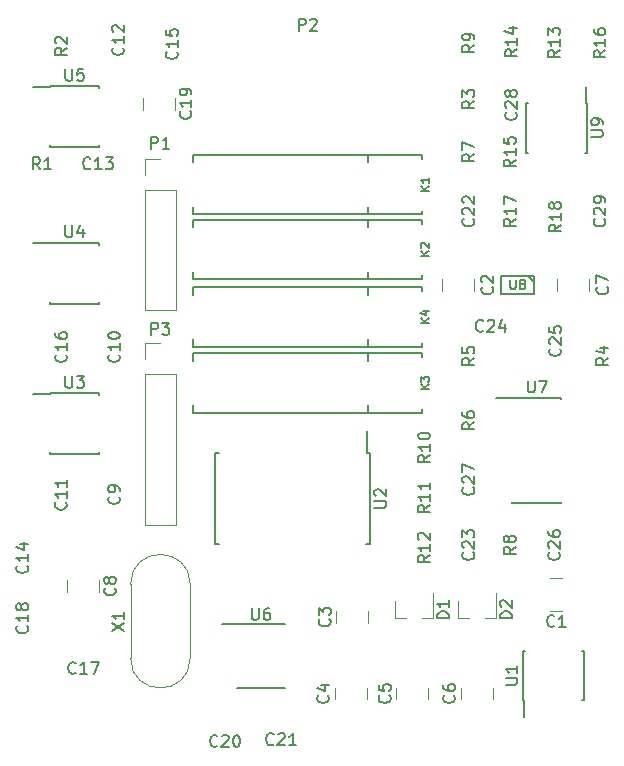
<source format=gto>
G04 #@! TF.GenerationSoftware,KiCad,Pcbnew,5.0.0-rc2+dfsg1-3*
G04 #@! TF.CreationDate,2018-07-01T23:41:37-04:00*
G04 #@! TF.ProjectId,mystatv1,6D797374617476312E6B696361645F70,1*
G04 #@! TF.SameCoordinates,Original*
G04 #@! TF.FileFunction,Legend,Top*
G04 #@! TF.FilePolarity,Positive*
%FSLAX46Y46*%
G04 Gerber Fmt 4.6, Leading zero omitted, Abs format (unit mm)*
G04 Created by KiCad (PCBNEW 5.0.0-rc2+dfsg1-3) date Sun Jul  1 23:41:37 2018*
%MOMM*%
%LPD*%
G01*
G04 APERTURE LIST*
%ADD10C,0.150000*%
%ADD11C,0.120000*%
G04 APERTURE END LIST*
D10*
G04 #@! TO.C,K3*
X68050000Y-84796000D02*
X68050000Y-84196000D01*
X87450000Y-84796000D02*
X87450000Y-84496000D01*
X68050000Y-79796000D02*
X68050000Y-80396000D01*
X87450000Y-79796000D02*
X87450000Y-80096000D01*
X82870000Y-84796000D02*
X82870000Y-84196000D01*
X82870000Y-79796000D02*
X82870000Y-80396000D01*
X87450000Y-84796000D02*
X68050000Y-84796000D01*
X68050000Y-79796000D02*
X87450000Y-79796000D01*
D11*
G04 #@! TO.C,C1*
X99306000Y-98843000D02*
X98306000Y-98843000D01*
X99306000Y-101563000D02*
X98306000Y-101563000D01*
G04 #@! TO.C,C2*
X89140000Y-73500000D02*
X89140000Y-74500000D01*
X91860000Y-73500000D02*
X91860000Y-74500000D01*
G04 #@! TO.C,C3*
X82894000Y-102608000D02*
X82894000Y-101608000D01*
X80174000Y-102608000D02*
X80174000Y-101608000D01*
G04 #@! TO.C,C4*
X82767000Y-109085000D02*
X82767000Y-108085000D01*
X80047000Y-109085000D02*
X80047000Y-108085000D01*
G04 #@! TO.C,C5*
X87974000Y-109085000D02*
X87974000Y-108085000D01*
X85254000Y-109085000D02*
X85254000Y-108085000D01*
G04 #@! TO.C,C6*
X93435000Y-109085000D02*
X93435000Y-108085000D01*
X90715000Y-109085000D02*
X90715000Y-108085000D01*
G04 #@! TO.C,C7*
X101563000Y-74500000D02*
X101563000Y-73500000D01*
X98843000Y-74500000D02*
X98843000Y-73500000D01*
G04 #@! TO.C,C8*
X57390000Y-99000000D02*
X57390000Y-100000000D01*
X60110000Y-99000000D02*
X60110000Y-100000000D01*
G04 #@! TO.C,C19*
X63791000Y-58141000D02*
X63791000Y-59141000D01*
X66511000Y-58141000D02*
X66511000Y-59141000D01*
G04 #@! TO.C,D1*
X85161000Y-102233000D02*
X85161000Y-100773000D01*
X88321000Y-102233000D02*
X88321000Y-100073000D01*
X88321000Y-102233000D02*
X87391000Y-102233000D01*
X85161000Y-102233000D02*
X86091000Y-102233000D01*
G04 #@! TO.C,D2*
X90495000Y-102233000D02*
X90495000Y-100773000D01*
X93655000Y-102233000D02*
X93655000Y-100073000D01*
X93655000Y-102233000D02*
X92725000Y-102233000D01*
X90495000Y-102233000D02*
X91425000Y-102233000D01*
D10*
G04 #@! TO.C,K1*
X68050000Y-68000000D02*
X68050000Y-67400000D01*
X87450000Y-68000000D02*
X87450000Y-67700000D01*
X68050000Y-63000000D02*
X68050000Y-63600000D01*
X87450000Y-63000000D02*
X87450000Y-63300000D01*
X82870000Y-68000000D02*
X82870000Y-67400000D01*
X82870000Y-63000000D02*
X82870000Y-63600000D01*
X87450000Y-68000000D02*
X68050000Y-68000000D01*
X68050000Y-63000000D02*
X87450000Y-63000000D01*
G04 #@! TO.C,K2*
X68050000Y-73493000D02*
X68050000Y-72893000D01*
X87450000Y-73493000D02*
X87450000Y-73193000D01*
X68050000Y-68493000D02*
X68050000Y-69093000D01*
X87450000Y-68493000D02*
X87450000Y-68793000D01*
X82870000Y-73493000D02*
X82870000Y-72893000D01*
X82870000Y-68493000D02*
X82870000Y-69093000D01*
X87450000Y-73493000D02*
X68050000Y-73493000D01*
X68050000Y-68493000D02*
X87450000Y-68493000D01*
G04 #@! TO.C,K4*
X68050000Y-79208000D02*
X68050000Y-78608000D01*
X87450000Y-79208000D02*
X87450000Y-78908000D01*
X68050000Y-74208000D02*
X68050000Y-74808000D01*
X87450000Y-74208000D02*
X87450000Y-74508000D01*
X82870000Y-79208000D02*
X82870000Y-78608000D01*
X82870000Y-74208000D02*
X82870000Y-74808000D01*
X87450000Y-79208000D02*
X68050000Y-79208000D01*
X68050000Y-74208000D02*
X87450000Y-74208000D01*
D11*
G04 #@! TO.C,P1*
X63948000Y-63313000D02*
X65278000Y-63313000D01*
X63948000Y-64643000D02*
X63948000Y-63313000D01*
X63948000Y-65913000D02*
X66608000Y-65913000D01*
X66608000Y-65913000D02*
X66608000Y-76133000D01*
X63948000Y-65913000D02*
X63948000Y-76133000D01*
X63948000Y-76133000D02*
X66608000Y-76133000D01*
G04 #@! TO.C,P3*
X63948000Y-78934000D02*
X65278000Y-78934000D01*
X63948000Y-80264000D02*
X63948000Y-78934000D01*
X63948000Y-81534000D02*
X66608000Y-81534000D01*
X66608000Y-81534000D02*
X66608000Y-94294000D01*
X63948000Y-81534000D02*
X63948000Y-94294000D01*
X63948000Y-94294000D02*
X66608000Y-94294000D01*
D10*
G04 #@! TO.C,U1*
X96027000Y-109136000D02*
X96027000Y-110536000D01*
X101127000Y-109136000D02*
X101127000Y-104986000D01*
X95977000Y-109136000D02*
X95977000Y-104986000D01*
X101127000Y-109136000D02*
X100982000Y-109136000D01*
X101127000Y-104986000D02*
X100982000Y-104986000D01*
X95977000Y-104986000D02*
X96122000Y-104986000D01*
X95977000Y-109136000D02*
X96027000Y-109136000D01*
G04 #@! TO.C,U2*
X82779000Y-88200000D02*
X82779000Y-86400000D01*
X69879000Y-88200000D02*
X69879000Y-95950000D01*
X83029000Y-88200000D02*
X83029000Y-95950000D01*
X69879000Y-88200000D02*
X70214000Y-88200000D01*
X69879000Y-95950000D02*
X70214000Y-95950000D01*
X83029000Y-95950000D02*
X82694000Y-95950000D01*
X83029000Y-88200000D02*
X82779000Y-88200000D01*
G04 #@! TO.C,U3*
X55925000Y-83225000D02*
X54525000Y-83225000D01*
X55925000Y-88325000D02*
X60075000Y-88325000D01*
X55925000Y-83175000D02*
X60075000Y-83175000D01*
X55925000Y-88325000D02*
X55925000Y-88180000D01*
X60075000Y-88325000D02*
X60075000Y-88180000D01*
X60075000Y-83175000D02*
X60075000Y-83320000D01*
X55925000Y-83175000D02*
X55925000Y-83225000D01*
G04 #@! TO.C,U4*
X55925000Y-70475000D02*
X54525000Y-70475000D01*
X55925000Y-75575000D02*
X60075000Y-75575000D01*
X55925000Y-70425000D02*
X60075000Y-70425000D01*
X55925000Y-75575000D02*
X55925000Y-75430000D01*
X60075000Y-75575000D02*
X60075000Y-75430000D01*
X60075000Y-70425000D02*
X60075000Y-70570000D01*
X55925000Y-70425000D02*
X55925000Y-70475000D01*
G04 #@! TO.C,U5*
X55925000Y-57225000D02*
X54525000Y-57225000D01*
X55925000Y-62325000D02*
X60075000Y-62325000D01*
X55925000Y-57175000D02*
X60075000Y-57175000D01*
X55925000Y-62325000D02*
X55925000Y-62180000D01*
X60075000Y-62325000D02*
X60075000Y-62180000D01*
X60075000Y-57175000D02*
X60075000Y-57320000D01*
X55925000Y-57175000D02*
X55925000Y-57225000D01*
G04 #@! TO.C,U6*
X70512000Y-102685000D02*
X75787000Y-102685000D01*
X71787000Y-108085000D02*
X75787000Y-108085000D01*
G04 #@! TO.C,U7*
X95080000Y-83586000D02*
X93705000Y-83586000D01*
X95080000Y-92461000D02*
X99230000Y-92461000D01*
X95080000Y-83561000D02*
X99230000Y-83561000D01*
X95080000Y-92461000D02*
X95080000Y-92346000D01*
X99230000Y-92461000D02*
X99230000Y-92346000D01*
X99230000Y-83561000D02*
X99230000Y-83676000D01*
X95080000Y-83561000D02*
X95080000Y-83586000D01*
G04 #@! TO.C,U8*
X96923800Y-73200800D02*
X96923800Y-74799200D01*
X94076200Y-73200800D02*
X96923800Y-73200800D01*
X94076200Y-74799200D02*
X94076200Y-73200800D01*
X96923800Y-74799200D02*
X94076200Y-74799200D01*
X96923800Y-73720000D02*
X96400000Y-73200800D01*
G04 #@! TO.C,U9*
X101331000Y-58631000D02*
X101331000Y-57231000D01*
X96231000Y-58631000D02*
X96231000Y-62781000D01*
X101381000Y-58631000D02*
X101381000Y-62781000D01*
X96231000Y-58631000D02*
X96376000Y-58631000D01*
X96231000Y-62781000D02*
X96376000Y-62781000D01*
X101381000Y-62781000D02*
X101236000Y-62781000D01*
X101381000Y-58631000D02*
X101331000Y-58631000D01*
D11*
G04 #@! TO.C,X1*
X67803000Y-99337000D02*
G75*
G03X62753000Y-99337000I-2525000J0D01*
G01*
X67803000Y-105587000D02*
G75*
G02X62753000Y-105587000I-2525000J0D01*
G01*
X67803000Y-105587000D02*
X67803000Y-99337000D01*
X62753000Y-105587000D02*
X62753000Y-99337000D01*
G04 #@! TO.C,P2*
D10*
X77011904Y-52452380D02*
X77011904Y-51452380D01*
X77392857Y-51452380D01*
X77488095Y-51500000D01*
X77535714Y-51547619D01*
X77583333Y-51642857D01*
X77583333Y-51785714D01*
X77535714Y-51880952D01*
X77488095Y-51928571D01*
X77392857Y-51976190D01*
X77011904Y-51976190D01*
X77964285Y-51547619D02*
X78011904Y-51500000D01*
X78107142Y-51452380D01*
X78345238Y-51452380D01*
X78440476Y-51500000D01*
X78488095Y-51547619D01*
X78535714Y-51642857D01*
X78535714Y-51738095D01*
X78488095Y-51880952D01*
X77916666Y-52452380D01*
X78535714Y-52452380D01*
G04 #@! TO.C,K3*
X88012666Y-82812666D02*
X87312666Y-82812666D01*
X88012666Y-82412666D02*
X87612666Y-82712666D01*
X87312666Y-82412666D02*
X87712666Y-82812666D01*
X87312666Y-82179333D02*
X87312666Y-81746000D01*
X87579333Y-81979333D01*
X87579333Y-81879333D01*
X87612666Y-81812666D01*
X87646000Y-81779333D01*
X87712666Y-81746000D01*
X87879333Y-81746000D01*
X87946000Y-81779333D01*
X87979333Y-81812666D01*
X88012666Y-81879333D01*
X88012666Y-82079333D01*
X87979333Y-82146000D01*
X87946000Y-82179333D01*
G04 #@! TO.C,R17*
X95352380Y-68392857D02*
X94876190Y-68726190D01*
X95352380Y-68964285D02*
X94352380Y-68964285D01*
X94352380Y-68583333D01*
X94400000Y-68488095D01*
X94447619Y-68440476D01*
X94542857Y-68392857D01*
X94685714Y-68392857D01*
X94780952Y-68440476D01*
X94828571Y-68488095D01*
X94876190Y-68583333D01*
X94876190Y-68964285D01*
X95352380Y-67440476D02*
X95352380Y-68011904D01*
X95352380Y-67726190D02*
X94352380Y-67726190D01*
X94495238Y-67821428D01*
X94590476Y-67916666D01*
X94638095Y-68011904D01*
X94352380Y-67107142D02*
X94352380Y-66440476D01*
X95352380Y-66869047D01*
G04 #@! TO.C,C1*
X98639333Y-102860142D02*
X98591714Y-102907761D01*
X98448857Y-102955380D01*
X98353619Y-102955380D01*
X98210761Y-102907761D01*
X98115523Y-102812523D01*
X98067904Y-102717285D01*
X98020285Y-102526809D01*
X98020285Y-102383952D01*
X98067904Y-102193476D01*
X98115523Y-102098238D01*
X98210761Y-102003000D01*
X98353619Y-101955380D01*
X98448857Y-101955380D01*
X98591714Y-102003000D01*
X98639333Y-102050619D01*
X99591714Y-102955380D02*
X99020285Y-102955380D01*
X99306000Y-102955380D02*
X99306000Y-101955380D01*
X99210761Y-102098238D01*
X99115523Y-102193476D01*
X99020285Y-102241095D01*
G04 #@! TO.C,C2*
X93357142Y-74166666D02*
X93404761Y-74214285D01*
X93452380Y-74357142D01*
X93452380Y-74452380D01*
X93404761Y-74595238D01*
X93309523Y-74690476D01*
X93214285Y-74738095D01*
X93023809Y-74785714D01*
X92880952Y-74785714D01*
X92690476Y-74738095D01*
X92595238Y-74690476D01*
X92500000Y-74595238D01*
X92452380Y-74452380D01*
X92452380Y-74357142D01*
X92500000Y-74214285D01*
X92547619Y-74166666D01*
X92547619Y-73785714D02*
X92500000Y-73738095D01*
X92452380Y-73642857D01*
X92452380Y-73404761D01*
X92500000Y-73309523D01*
X92547619Y-73261904D01*
X92642857Y-73214285D01*
X92738095Y-73214285D01*
X92880952Y-73261904D01*
X93452380Y-73833333D01*
X93452380Y-73214285D01*
G04 #@! TO.C,C3*
X79591142Y-102274666D02*
X79638761Y-102322285D01*
X79686380Y-102465142D01*
X79686380Y-102560380D01*
X79638761Y-102703238D01*
X79543523Y-102798476D01*
X79448285Y-102846095D01*
X79257809Y-102893714D01*
X79114952Y-102893714D01*
X78924476Y-102846095D01*
X78829238Y-102798476D01*
X78734000Y-102703238D01*
X78686380Y-102560380D01*
X78686380Y-102465142D01*
X78734000Y-102322285D01*
X78781619Y-102274666D01*
X78686380Y-101941333D02*
X78686380Y-101322285D01*
X79067333Y-101655619D01*
X79067333Y-101512761D01*
X79114952Y-101417523D01*
X79162571Y-101369904D01*
X79257809Y-101322285D01*
X79495904Y-101322285D01*
X79591142Y-101369904D01*
X79638761Y-101417523D01*
X79686380Y-101512761D01*
X79686380Y-101798476D01*
X79638761Y-101893714D01*
X79591142Y-101941333D01*
G04 #@! TO.C,C4*
X79464142Y-108751666D02*
X79511761Y-108799285D01*
X79559380Y-108942142D01*
X79559380Y-109037380D01*
X79511761Y-109180238D01*
X79416523Y-109275476D01*
X79321285Y-109323095D01*
X79130809Y-109370714D01*
X78987952Y-109370714D01*
X78797476Y-109323095D01*
X78702238Y-109275476D01*
X78607000Y-109180238D01*
X78559380Y-109037380D01*
X78559380Y-108942142D01*
X78607000Y-108799285D01*
X78654619Y-108751666D01*
X78892714Y-107894523D02*
X79559380Y-107894523D01*
X78511761Y-108132619D02*
X79226047Y-108370714D01*
X79226047Y-107751666D01*
G04 #@! TO.C,C5*
X84671142Y-108751666D02*
X84718761Y-108799285D01*
X84766380Y-108942142D01*
X84766380Y-109037380D01*
X84718761Y-109180238D01*
X84623523Y-109275476D01*
X84528285Y-109323095D01*
X84337809Y-109370714D01*
X84194952Y-109370714D01*
X84004476Y-109323095D01*
X83909238Y-109275476D01*
X83814000Y-109180238D01*
X83766380Y-109037380D01*
X83766380Y-108942142D01*
X83814000Y-108799285D01*
X83861619Y-108751666D01*
X83766380Y-107846904D02*
X83766380Y-108323095D01*
X84242571Y-108370714D01*
X84194952Y-108323095D01*
X84147333Y-108227857D01*
X84147333Y-107989761D01*
X84194952Y-107894523D01*
X84242571Y-107846904D01*
X84337809Y-107799285D01*
X84575904Y-107799285D01*
X84671142Y-107846904D01*
X84718761Y-107894523D01*
X84766380Y-107989761D01*
X84766380Y-108227857D01*
X84718761Y-108323095D01*
X84671142Y-108370714D01*
G04 #@! TO.C,C6*
X90132142Y-108751666D02*
X90179761Y-108799285D01*
X90227380Y-108942142D01*
X90227380Y-109037380D01*
X90179761Y-109180238D01*
X90084523Y-109275476D01*
X89989285Y-109323095D01*
X89798809Y-109370714D01*
X89655952Y-109370714D01*
X89465476Y-109323095D01*
X89370238Y-109275476D01*
X89275000Y-109180238D01*
X89227380Y-109037380D01*
X89227380Y-108942142D01*
X89275000Y-108799285D01*
X89322619Y-108751666D01*
X89227380Y-107894523D02*
X89227380Y-108085000D01*
X89275000Y-108180238D01*
X89322619Y-108227857D01*
X89465476Y-108323095D01*
X89655952Y-108370714D01*
X90036904Y-108370714D01*
X90132142Y-108323095D01*
X90179761Y-108275476D01*
X90227380Y-108180238D01*
X90227380Y-107989761D01*
X90179761Y-107894523D01*
X90132142Y-107846904D01*
X90036904Y-107799285D01*
X89798809Y-107799285D01*
X89703571Y-107846904D01*
X89655952Y-107894523D01*
X89608333Y-107989761D01*
X89608333Y-108180238D01*
X89655952Y-108275476D01*
X89703571Y-108323095D01*
X89798809Y-108370714D01*
G04 #@! TO.C,C7*
X103107142Y-74166666D02*
X103154761Y-74214285D01*
X103202380Y-74357142D01*
X103202380Y-74452380D01*
X103154761Y-74595238D01*
X103059523Y-74690476D01*
X102964285Y-74738095D01*
X102773809Y-74785714D01*
X102630952Y-74785714D01*
X102440476Y-74738095D01*
X102345238Y-74690476D01*
X102250000Y-74595238D01*
X102202380Y-74452380D01*
X102202380Y-74357142D01*
X102250000Y-74214285D01*
X102297619Y-74166666D01*
X102202380Y-73833333D02*
X102202380Y-73166666D01*
X103202380Y-73595238D01*
G04 #@! TO.C,C8*
X61407142Y-99666666D02*
X61454761Y-99714285D01*
X61502380Y-99857142D01*
X61502380Y-99952380D01*
X61454761Y-100095238D01*
X61359523Y-100190476D01*
X61264285Y-100238095D01*
X61073809Y-100285714D01*
X60930952Y-100285714D01*
X60740476Y-100238095D01*
X60645238Y-100190476D01*
X60550000Y-100095238D01*
X60502380Y-99952380D01*
X60502380Y-99857142D01*
X60550000Y-99714285D01*
X60597619Y-99666666D01*
X60930952Y-99095238D02*
X60883333Y-99190476D01*
X60835714Y-99238095D01*
X60740476Y-99285714D01*
X60692857Y-99285714D01*
X60597619Y-99238095D01*
X60550000Y-99190476D01*
X60502380Y-99095238D01*
X60502380Y-98904761D01*
X60550000Y-98809523D01*
X60597619Y-98761904D01*
X60692857Y-98714285D01*
X60740476Y-98714285D01*
X60835714Y-98761904D01*
X60883333Y-98809523D01*
X60930952Y-98904761D01*
X60930952Y-99095238D01*
X60978571Y-99190476D01*
X61026190Y-99238095D01*
X61121428Y-99285714D01*
X61311904Y-99285714D01*
X61407142Y-99238095D01*
X61454761Y-99190476D01*
X61502380Y-99095238D01*
X61502380Y-98904761D01*
X61454761Y-98809523D01*
X61407142Y-98761904D01*
X61311904Y-98714285D01*
X61121428Y-98714285D01*
X61026190Y-98761904D01*
X60978571Y-98809523D01*
X60930952Y-98904761D01*
G04 #@! TO.C,C9*
X61757142Y-91916666D02*
X61804761Y-91964285D01*
X61852380Y-92107142D01*
X61852380Y-92202380D01*
X61804761Y-92345238D01*
X61709523Y-92440476D01*
X61614285Y-92488095D01*
X61423809Y-92535714D01*
X61280952Y-92535714D01*
X61090476Y-92488095D01*
X60995238Y-92440476D01*
X60900000Y-92345238D01*
X60852380Y-92202380D01*
X60852380Y-92107142D01*
X60900000Y-91964285D01*
X60947619Y-91916666D01*
X61852380Y-91440476D02*
X61852380Y-91250000D01*
X61804761Y-91154761D01*
X61757142Y-91107142D01*
X61614285Y-91011904D01*
X61423809Y-90964285D01*
X61042857Y-90964285D01*
X60947619Y-91011904D01*
X60900000Y-91059523D01*
X60852380Y-91154761D01*
X60852380Y-91345238D01*
X60900000Y-91440476D01*
X60947619Y-91488095D01*
X61042857Y-91535714D01*
X61280952Y-91535714D01*
X61376190Y-91488095D01*
X61423809Y-91440476D01*
X61471428Y-91345238D01*
X61471428Y-91154761D01*
X61423809Y-91059523D01*
X61376190Y-91011904D01*
X61280952Y-90964285D01*
G04 #@! TO.C,C10*
X61757142Y-79892857D02*
X61804761Y-79940476D01*
X61852380Y-80083333D01*
X61852380Y-80178571D01*
X61804761Y-80321428D01*
X61709523Y-80416666D01*
X61614285Y-80464285D01*
X61423809Y-80511904D01*
X61280952Y-80511904D01*
X61090476Y-80464285D01*
X60995238Y-80416666D01*
X60900000Y-80321428D01*
X60852380Y-80178571D01*
X60852380Y-80083333D01*
X60900000Y-79940476D01*
X60947619Y-79892857D01*
X61852380Y-78940476D02*
X61852380Y-79511904D01*
X61852380Y-79226190D02*
X60852380Y-79226190D01*
X60995238Y-79321428D01*
X61090476Y-79416666D01*
X61138095Y-79511904D01*
X60852380Y-78321428D02*
X60852380Y-78226190D01*
X60900000Y-78130952D01*
X60947619Y-78083333D01*
X61042857Y-78035714D01*
X61233333Y-77988095D01*
X61471428Y-77988095D01*
X61661904Y-78035714D01*
X61757142Y-78083333D01*
X61804761Y-78130952D01*
X61852380Y-78226190D01*
X61852380Y-78321428D01*
X61804761Y-78416666D01*
X61757142Y-78464285D01*
X61661904Y-78511904D01*
X61471428Y-78559523D01*
X61233333Y-78559523D01*
X61042857Y-78511904D01*
X60947619Y-78464285D01*
X60900000Y-78416666D01*
X60852380Y-78321428D01*
G04 #@! TO.C,C11*
X57252142Y-92392857D02*
X57299761Y-92440476D01*
X57347380Y-92583333D01*
X57347380Y-92678571D01*
X57299761Y-92821428D01*
X57204523Y-92916666D01*
X57109285Y-92964285D01*
X56918809Y-93011904D01*
X56775952Y-93011904D01*
X56585476Y-92964285D01*
X56490238Y-92916666D01*
X56395000Y-92821428D01*
X56347380Y-92678571D01*
X56347380Y-92583333D01*
X56395000Y-92440476D01*
X56442619Y-92392857D01*
X57347380Y-91440476D02*
X57347380Y-92011904D01*
X57347380Y-91726190D02*
X56347380Y-91726190D01*
X56490238Y-91821428D01*
X56585476Y-91916666D01*
X56633095Y-92011904D01*
X57347380Y-90488095D02*
X57347380Y-91059523D01*
X57347380Y-90773809D02*
X56347380Y-90773809D01*
X56490238Y-90869047D01*
X56585476Y-90964285D01*
X56633095Y-91059523D01*
G04 #@! TO.C,C12*
X62107142Y-53892857D02*
X62154761Y-53940476D01*
X62202380Y-54083333D01*
X62202380Y-54178571D01*
X62154761Y-54321428D01*
X62059523Y-54416666D01*
X61964285Y-54464285D01*
X61773809Y-54511904D01*
X61630952Y-54511904D01*
X61440476Y-54464285D01*
X61345238Y-54416666D01*
X61250000Y-54321428D01*
X61202380Y-54178571D01*
X61202380Y-54083333D01*
X61250000Y-53940476D01*
X61297619Y-53892857D01*
X62202380Y-52940476D02*
X62202380Y-53511904D01*
X62202380Y-53226190D02*
X61202380Y-53226190D01*
X61345238Y-53321428D01*
X61440476Y-53416666D01*
X61488095Y-53511904D01*
X61297619Y-52559523D02*
X61250000Y-52511904D01*
X61202380Y-52416666D01*
X61202380Y-52178571D01*
X61250000Y-52083333D01*
X61297619Y-52035714D01*
X61392857Y-51988095D01*
X61488095Y-51988095D01*
X61630952Y-52035714D01*
X62202380Y-52607142D01*
X62202380Y-51988095D01*
G04 #@! TO.C,C13*
X59357142Y-64107142D02*
X59309523Y-64154761D01*
X59166666Y-64202380D01*
X59071428Y-64202380D01*
X58928571Y-64154761D01*
X58833333Y-64059523D01*
X58785714Y-63964285D01*
X58738095Y-63773809D01*
X58738095Y-63630952D01*
X58785714Y-63440476D01*
X58833333Y-63345238D01*
X58928571Y-63250000D01*
X59071428Y-63202380D01*
X59166666Y-63202380D01*
X59309523Y-63250000D01*
X59357142Y-63297619D01*
X60309523Y-64202380D02*
X59738095Y-64202380D01*
X60023809Y-64202380D02*
X60023809Y-63202380D01*
X59928571Y-63345238D01*
X59833333Y-63440476D01*
X59738095Y-63488095D01*
X60642857Y-63202380D02*
X61261904Y-63202380D01*
X60928571Y-63583333D01*
X61071428Y-63583333D01*
X61166666Y-63630952D01*
X61214285Y-63678571D01*
X61261904Y-63773809D01*
X61261904Y-64011904D01*
X61214285Y-64107142D01*
X61166666Y-64154761D01*
X61071428Y-64202380D01*
X60785714Y-64202380D01*
X60690476Y-64154761D01*
X60642857Y-64107142D01*
G04 #@! TO.C,C14*
X53985142Y-97749857D02*
X54032761Y-97797476D01*
X54080380Y-97940333D01*
X54080380Y-98035571D01*
X54032761Y-98178428D01*
X53937523Y-98273666D01*
X53842285Y-98321285D01*
X53651809Y-98368904D01*
X53508952Y-98368904D01*
X53318476Y-98321285D01*
X53223238Y-98273666D01*
X53128000Y-98178428D01*
X53080380Y-98035571D01*
X53080380Y-97940333D01*
X53128000Y-97797476D01*
X53175619Y-97749857D01*
X54080380Y-96797476D02*
X54080380Y-97368904D01*
X54080380Y-97083190D02*
X53080380Y-97083190D01*
X53223238Y-97178428D01*
X53318476Y-97273666D01*
X53366095Y-97368904D01*
X53413714Y-95940333D02*
X54080380Y-95940333D01*
X53032761Y-96178428D02*
X53747047Y-96416523D01*
X53747047Y-95797476D01*
G04 #@! TO.C,C15*
X66650142Y-54236857D02*
X66697761Y-54284476D01*
X66745380Y-54427333D01*
X66745380Y-54522571D01*
X66697761Y-54665428D01*
X66602523Y-54760666D01*
X66507285Y-54808285D01*
X66316809Y-54855904D01*
X66173952Y-54855904D01*
X65983476Y-54808285D01*
X65888238Y-54760666D01*
X65793000Y-54665428D01*
X65745380Y-54522571D01*
X65745380Y-54427333D01*
X65793000Y-54284476D01*
X65840619Y-54236857D01*
X66745380Y-53284476D02*
X66745380Y-53855904D01*
X66745380Y-53570190D02*
X65745380Y-53570190D01*
X65888238Y-53665428D01*
X65983476Y-53760666D01*
X66031095Y-53855904D01*
X65745380Y-52379714D02*
X65745380Y-52855904D01*
X66221571Y-52903523D01*
X66173952Y-52855904D01*
X66126333Y-52760666D01*
X66126333Y-52522571D01*
X66173952Y-52427333D01*
X66221571Y-52379714D01*
X66316809Y-52332095D01*
X66554904Y-52332095D01*
X66650142Y-52379714D01*
X66697761Y-52427333D01*
X66745380Y-52522571D01*
X66745380Y-52760666D01*
X66697761Y-52855904D01*
X66650142Y-52903523D01*
G04 #@! TO.C,C16*
X57257142Y-79892857D02*
X57304761Y-79940476D01*
X57352380Y-80083333D01*
X57352380Y-80178571D01*
X57304761Y-80321428D01*
X57209523Y-80416666D01*
X57114285Y-80464285D01*
X56923809Y-80511904D01*
X56780952Y-80511904D01*
X56590476Y-80464285D01*
X56495238Y-80416666D01*
X56400000Y-80321428D01*
X56352380Y-80178571D01*
X56352380Y-80083333D01*
X56400000Y-79940476D01*
X56447619Y-79892857D01*
X57352380Y-78940476D02*
X57352380Y-79511904D01*
X57352380Y-79226190D02*
X56352380Y-79226190D01*
X56495238Y-79321428D01*
X56590476Y-79416666D01*
X56638095Y-79511904D01*
X56352380Y-78083333D02*
X56352380Y-78273809D01*
X56400000Y-78369047D01*
X56447619Y-78416666D01*
X56590476Y-78511904D01*
X56780952Y-78559523D01*
X57161904Y-78559523D01*
X57257142Y-78511904D01*
X57304761Y-78464285D01*
X57352380Y-78369047D01*
X57352380Y-78178571D01*
X57304761Y-78083333D01*
X57257142Y-78035714D01*
X57161904Y-77988095D01*
X56923809Y-77988095D01*
X56828571Y-78035714D01*
X56780952Y-78083333D01*
X56733333Y-78178571D01*
X56733333Y-78369047D01*
X56780952Y-78464285D01*
X56828571Y-78511904D01*
X56923809Y-78559523D01*
G04 #@! TO.C,C17*
X58107142Y-106825142D02*
X58059523Y-106872761D01*
X57916666Y-106920380D01*
X57821428Y-106920380D01*
X57678571Y-106872761D01*
X57583333Y-106777523D01*
X57535714Y-106682285D01*
X57488095Y-106491809D01*
X57488095Y-106348952D01*
X57535714Y-106158476D01*
X57583333Y-106063238D01*
X57678571Y-105968000D01*
X57821428Y-105920380D01*
X57916666Y-105920380D01*
X58059523Y-105968000D01*
X58107142Y-106015619D01*
X59059523Y-106920380D02*
X58488095Y-106920380D01*
X58773809Y-106920380D02*
X58773809Y-105920380D01*
X58678571Y-106063238D01*
X58583333Y-106158476D01*
X58488095Y-106206095D01*
X59392857Y-105920380D02*
X60059523Y-105920380D01*
X59630952Y-106920380D01*
G04 #@! TO.C,C18*
X53985142Y-102855857D02*
X54032761Y-102903476D01*
X54080380Y-103046333D01*
X54080380Y-103141571D01*
X54032761Y-103284428D01*
X53937523Y-103379666D01*
X53842285Y-103427285D01*
X53651809Y-103474904D01*
X53508952Y-103474904D01*
X53318476Y-103427285D01*
X53223238Y-103379666D01*
X53128000Y-103284428D01*
X53080380Y-103141571D01*
X53080380Y-103046333D01*
X53128000Y-102903476D01*
X53175619Y-102855857D01*
X54080380Y-101903476D02*
X54080380Y-102474904D01*
X54080380Y-102189190D02*
X53080380Y-102189190D01*
X53223238Y-102284428D01*
X53318476Y-102379666D01*
X53366095Y-102474904D01*
X53508952Y-101332047D02*
X53461333Y-101427285D01*
X53413714Y-101474904D01*
X53318476Y-101522523D01*
X53270857Y-101522523D01*
X53175619Y-101474904D01*
X53128000Y-101427285D01*
X53080380Y-101332047D01*
X53080380Y-101141571D01*
X53128000Y-101046333D01*
X53175619Y-100998714D01*
X53270857Y-100951095D01*
X53318476Y-100951095D01*
X53413714Y-100998714D01*
X53461333Y-101046333D01*
X53508952Y-101141571D01*
X53508952Y-101332047D01*
X53556571Y-101427285D01*
X53604190Y-101474904D01*
X53699428Y-101522523D01*
X53889904Y-101522523D01*
X53985142Y-101474904D01*
X54032761Y-101427285D01*
X54080380Y-101332047D01*
X54080380Y-101141571D01*
X54032761Y-101046333D01*
X53985142Y-100998714D01*
X53889904Y-100951095D01*
X53699428Y-100951095D01*
X53604190Y-100998714D01*
X53556571Y-101046333D01*
X53508952Y-101141571D01*
G04 #@! TO.C,C19*
X67808142Y-59283857D02*
X67855761Y-59331476D01*
X67903380Y-59474333D01*
X67903380Y-59569571D01*
X67855761Y-59712428D01*
X67760523Y-59807666D01*
X67665285Y-59855285D01*
X67474809Y-59902904D01*
X67331952Y-59902904D01*
X67141476Y-59855285D01*
X67046238Y-59807666D01*
X66951000Y-59712428D01*
X66903380Y-59569571D01*
X66903380Y-59474333D01*
X66951000Y-59331476D01*
X66998619Y-59283857D01*
X67903380Y-58331476D02*
X67903380Y-58902904D01*
X67903380Y-58617190D02*
X66903380Y-58617190D01*
X67046238Y-58712428D01*
X67141476Y-58807666D01*
X67189095Y-58902904D01*
X67903380Y-57855285D02*
X67903380Y-57664809D01*
X67855761Y-57569571D01*
X67808142Y-57521952D01*
X67665285Y-57426714D01*
X67474809Y-57379095D01*
X67093857Y-57379095D01*
X66998619Y-57426714D01*
X66951000Y-57474333D01*
X66903380Y-57569571D01*
X66903380Y-57760047D01*
X66951000Y-57855285D01*
X66998619Y-57902904D01*
X67093857Y-57950523D01*
X67331952Y-57950523D01*
X67427190Y-57902904D01*
X67474809Y-57855285D01*
X67522428Y-57760047D01*
X67522428Y-57569571D01*
X67474809Y-57474333D01*
X67427190Y-57426714D01*
X67331952Y-57379095D01*
G04 #@! TO.C,C20*
X70107142Y-113007142D02*
X70059523Y-113054761D01*
X69916666Y-113102380D01*
X69821428Y-113102380D01*
X69678571Y-113054761D01*
X69583333Y-112959523D01*
X69535714Y-112864285D01*
X69488095Y-112673809D01*
X69488095Y-112530952D01*
X69535714Y-112340476D01*
X69583333Y-112245238D01*
X69678571Y-112150000D01*
X69821428Y-112102380D01*
X69916666Y-112102380D01*
X70059523Y-112150000D01*
X70107142Y-112197619D01*
X70488095Y-112197619D02*
X70535714Y-112150000D01*
X70630952Y-112102380D01*
X70869047Y-112102380D01*
X70964285Y-112150000D01*
X71011904Y-112197619D01*
X71059523Y-112292857D01*
X71059523Y-112388095D01*
X71011904Y-112530952D01*
X70440476Y-113102380D01*
X71059523Y-113102380D01*
X71678571Y-112102380D02*
X71773809Y-112102380D01*
X71869047Y-112150000D01*
X71916666Y-112197619D01*
X71964285Y-112292857D01*
X72011904Y-112483333D01*
X72011904Y-112721428D01*
X71964285Y-112911904D01*
X71916666Y-113007142D01*
X71869047Y-113054761D01*
X71773809Y-113102380D01*
X71678571Y-113102380D01*
X71583333Y-113054761D01*
X71535714Y-113007142D01*
X71488095Y-112911904D01*
X71440476Y-112721428D01*
X71440476Y-112483333D01*
X71488095Y-112292857D01*
X71535714Y-112197619D01*
X71583333Y-112150000D01*
X71678571Y-112102380D01*
G04 #@! TO.C,C21*
X74857142Y-112857142D02*
X74809523Y-112904761D01*
X74666666Y-112952380D01*
X74571428Y-112952380D01*
X74428571Y-112904761D01*
X74333333Y-112809523D01*
X74285714Y-112714285D01*
X74238095Y-112523809D01*
X74238095Y-112380952D01*
X74285714Y-112190476D01*
X74333333Y-112095238D01*
X74428571Y-112000000D01*
X74571428Y-111952380D01*
X74666666Y-111952380D01*
X74809523Y-112000000D01*
X74857142Y-112047619D01*
X75238095Y-112047619D02*
X75285714Y-112000000D01*
X75380952Y-111952380D01*
X75619047Y-111952380D01*
X75714285Y-112000000D01*
X75761904Y-112047619D01*
X75809523Y-112142857D01*
X75809523Y-112238095D01*
X75761904Y-112380952D01*
X75190476Y-112952380D01*
X75809523Y-112952380D01*
X76761904Y-112952380D02*
X76190476Y-112952380D01*
X76476190Y-112952380D02*
X76476190Y-111952380D01*
X76380952Y-112095238D01*
X76285714Y-112190476D01*
X76190476Y-112238095D01*
G04 #@! TO.C,C22*
X91757142Y-68392857D02*
X91804761Y-68440476D01*
X91852380Y-68583333D01*
X91852380Y-68678571D01*
X91804761Y-68821428D01*
X91709523Y-68916666D01*
X91614285Y-68964285D01*
X91423809Y-69011904D01*
X91280952Y-69011904D01*
X91090476Y-68964285D01*
X90995238Y-68916666D01*
X90900000Y-68821428D01*
X90852380Y-68678571D01*
X90852380Y-68583333D01*
X90900000Y-68440476D01*
X90947619Y-68392857D01*
X90947619Y-68011904D02*
X90900000Y-67964285D01*
X90852380Y-67869047D01*
X90852380Y-67630952D01*
X90900000Y-67535714D01*
X90947619Y-67488095D01*
X91042857Y-67440476D01*
X91138095Y-67440476D01*
X91280952Y-67488095D01*
X91852380Y-68059523D01*
X91852380Y-67440476D01*
X90947619Y-67059523D02*
X90900000Y-67011904D01*
X90852380Y-66916666D01*
X90852380Y-66678571D01*
X90900000Y-66583333D01*
X90947619Y-66535714D01*
X91042857Y-66488095D01*
X91138095Y-66488095D01*
X91280952Y-66535714D01*
X91852380Y-67107142D01*
X91852380Y-66488095D01*
G04 #@! TO.C,C23*
X91757142Y-96642857D02*
X91804761Y-96690476D01*
X91852380Y-96833333D01*
X91852380Y-96928571D01*
X91804761Y-97071428D01*
X91709523Y-97166666D01*
X91614285Y-97214285D01*
X91423809Y-97261904D01*
X91280952Y-97261904D01*
X91090476Y-97214285D01*
X90995238Y-97166666D01*
X90900000Y-97071428D01*
X90852380Y-96928571D01*
X90852380Y-96833333D01*
X90900000Y-96690476D01*
X90947619Y-96642857D01*
X90947619Y-96261904D02*
X90900000Y-96214285D01*
X90852380Y-96119047D01*
X90852380Y-95880952D01*
X90900000Y-95785714D01*
X90947619Y-95738095D01*
X91042857Y-95690476D01*
X91138095Y-95690476D01*
X91280952Y-95738095D01*
X91852380Y-96309523D01*
X91852380Y-95690476D01*
X90852380Y-95357142D02*
X90852380Y-94738095D01*
X91233333Y-95071428D01*
X91233333Y-94928571D01*
X91280952Y-94833333D01*
X91328571Y-94785714D01*
X91423809Y-94738095D01*
X91661904Y-94738095D01*
X91757142Y-94785714D01*
X91804761Y-94833333D01*
X91852380Y-94928571D01*
X91852380Y-95214285D01*
X91804761Y-95309523D01*
X91757142Y-95357142D01*
G04 #@! TO.C,C24*
X92607142Y-77857142D02*
X92559523Y-77904761D01*
X92416666Y-77952380D01*
X92321428Y-77952380D01*
X92178571Y-77904761D01*
X92083333Y-77809523D01*
X92035714Y-77714285D01*
X91988095Y-77523809D01*
X91988095Y-77380952D01*
X92035714Y-77190476D01*
X92083333Y-77095238D01*
X92178571Y-77000000D01*
X92321428Y-76952380D01*
X92416666Y-76952380D01*
X92559523Y-77000000D01*
X92607142Y-77047619D01*
X92988095Y-77047619D02*
X93035714Y-77000000D01*
X93130952Y-76952380D01*
X93369047Y-76952380D01*
X93464285Y-77000000D01*
X93511904Y-77047619D01*
X93559523Y-77142857D01*
X93559523Y-77238095D01*
X93511904Y-77380952D01*
X92940476Y-77952380D01*
X93559523Y-77952380D01*
X94416666Y-77285714D02*
X94416666Y-77952380D01*
X94178571Y-76904761D02*
X93940476Y-77619047D01*
X94559523Y-77619047D01*
G04 #@! TO.C,C25*
X99107142Y-79392857D02*
X99154761Y-79440476D01*
X99202380Y-79583333D01*
X99202380Y-79678571D01*
X99154761Y-79821428D01*
X99059523Y-79916666D01*
X98964285Y-79964285D01*
X98773809Y-80011904D01*
X98630952Y-80011904D01*
X98440476Y-79964285D01*
X98345238Y-79916666D01*
X98250000Y-79821428D01*
X98202380Y-79678571D01*
X98202380Y-79583333D01*
X98250000Y-79440476D01*
X98297619Y-79392857D01*
X98297619Y-79011904D02*
X98250000Y-78964285D01*
X98202380Y-78869047D01*
X98202380Y-78630952D01*
X98250000Y-78535714D01*
X98297619Y-78488095D01*
X98392857Y-78440476D01*
X98488095Y-78440476D01*
X98630952Y-78488095D01*
X99202380Y-79059523D01*
X99202380Y-78440476D01*
X98202380Y-77535714D02*
X98202380Y-78011904D01*
X98678571Y-78059523D01*
X98630952Y-78011904D01*
X98583333Y-77916666D01*
X98583333Y-77678571D01*
X98630952Y-77583333D01*
X98678571Y-77535714D01*
X98773809Y-77488095D01*
X99011904Y-77488095D01*
X99107142Y-77535714D01*
X99154761Y-77583333D01*
X99202380Y-77678571D01*
X99202380Y-77916666D01*
X99154761Y-78011904D01*
X99107142Y-78059523D01*
G04 #@! TO.C,C26*
X99007142Y-96642857D02*
X99054761Y-96690476D01*
X99102380Y-96833333D01*
X99102380Y-96928571D01*
X99054761Y-97071428D01*
X98959523Y-97166666D01*
X98864285Y-97214285D01*
X98673809Y-97261904D01*
X98530952Y-97261904D01*
X98340476Y-97214285D01*
X98245238Y-97166666D01*
X98150000Y-97071428D01*
X98102380Y-96928571D01*
X98102380Y-96833333D01*
X98150000Y-96690476D01*
X98197619Y-96642857D01*
X98197619Y-96261904D02*
X98150000Y-96214285D01*
X98102380Y-96119047D01*
X98102380Y-95880952D01*
X98150000Y-95785714D01*
X98197619Y-95738095D01*
X98292857Y-95690476D01*
X98388095Y-95690476D01*
X98530952Y-95738095D01*
X99102380Y-96309523D01*
X99102380Y-95690476D01*
X98102380Y-94833333D02*
X98102380Y-95023809D01*
X98150000Y-95119047D01*
X98197619Y-95166666D01*
X98340476Y-95261904D01*
X98530952Y-95309523D01*
X98911904Y-95309523D01*
X99007142Y-95261904D01*
X99054761Y-95214285D01*
X99102380Y-95119047D01*
X99102380Y-94928571D01*
X99054761Y-94833333D01*
X99007142Y-94785714D01*
X98911904Y-94738095D01*
X98673809Y-94738095D01*
X98578571Y-94785714D01*
X98530952Y-94833333D01*
X98483333Y-94928571D01*
X98483333Y-95119047D01*
X98530952Y-95214285D01*
X98578571Y-95261904D01*
X98673809Y-95309523D01*
G04 #@! TO.C,C27*
X91757142Y-91142857D02*
X91804761Y-91190476D01*
X91852380Y-91333333D01*
X91852380Y-91428571D01*
X91804761Y-91571428D01*
X91709523Y-91666666D01*
X91614285Y-91714285D01*
X91423809Y-91761904D01*
X91280952Y-91761904D01*
X91090476Y-91714285D01*
X90995238Y-91666666D01*
X90900000Y-91571428D01*
X90852380Y-91428571D01*
X90852380Y-91333333D01*
X90900000Y-91190476D01*
X90947619Y-91142857D01*
X90947619Y-90761904D02*
X90900000Y-90714285D01*
X90852380Y-90619047D01*
X90852380Y-90380952D01*
X90900000Y-90285714D01*
X90947619Y-90238095D01*
X91042857Y-90190476D01*
X91138095Y-90190476D01*
X91280952Y-90238095D01*
X91852380Y-90809523D01*
X91852380Y-90190476D01*
X90852380Y-89857142D02*
X90852380Y-89190476D01*
X91852380Y-89619047D01*
G04 #@! TO.C,C28*
X95357142Y-59392857D02*
X95404761Y-59440476D01*
X95452380Y-59583333D01*
X95452380Y-59678571D01*
X95404761Y-59821428D01*
X95309523Y-59916666D01*
X95214285Y-59964285D01*
X95023809Y-60011904D01*
X94880952Y-60011904D01*
X94690476Y-59964285D01*
X94595238Y-59916666D01*
X94500000Y-59821428D01*
X94452380Y-59678571D01*
X94452380Y-59583333D01*
X94500000Y-59440476D01*
X94547619Y-59392857D01*
X94547619Y-59011904D02*
X94500000Y-58964285D01*
X94452380Y-58869047D01*
X94452380Y-58630952D01*
X94500000Y-58535714D01*
X94547619Y-58488095D01*
X94642857Y-58440476D01*
X94738095Y-58440476D01*
X94880952Y-58488095D01*
X95452380Y-59059523D01*
X95452380Y-58440476D01*
X94880952Y-57869047D02*
X94833333Y-57964285D01*
X94785714Y-58011904D01*
X94690476Y-58059523D01*
X94642857Y-58059523D01*
X94547619Y-58011904D01*
X94500000Y-57964285D01*
X94452380Y-57869047D01*
X94452380Y-57678571D01*
X94500000Y-57583333D01*
X94547619Y-57535714D01*
X94642857Y-57488095D01*
X94690476Y-57488095D01*
X94785714Y-57535714D01*
X94833333Y-57583333D01*
X94880952Y-57678571D01*
X94880952Y-57869047D01*
X94928571Y-57964285D01*
X94976190Y-58011904D01*
X95071428Y-58059523D01*
X95261904Y-58059523D01*
X95357142Y-58011904D01*
X95404761Y-57964285D01*
X95452380Y-57869047D01*
X95452380Y-57678571D01*
X95404761Y-57583333D01*
X95357142Y-57535714D01*
X95261904Y-57488095D01*
X95071428Y-57488095D01*
X94976190Y-57535714D01*
X94928571Y-57583333D01*
X94880952Y-57678571D01*
G04 #@! TO.C,C29*
X102857142Y-68392857D02*
X102904761Y-68440476D01*
X102952380Y-68583333D01*
X102952380Y-68678571D01*
X102904761Y-68821428D01*
X102809523Y-68916666D01*
X102714285Y-68964285D01*
X102523809Y-69011904D01*
X102380952Y-69011904D01*
X102190476Y-68964285D01*
X102095238Y-68916666D01*
X102000000Y-68821428D01*
X101952380Y-68678571D01*
X101952380Y-68583333D01*
X102000000Y-68440476D01*
X102047619Y-68392857D01*
X102047619Y-68011904D02*
X102000000Y-67964285D01*
X101952380Y-67869047D01*
X101952380Y-67630952D01*
X102000000Y-67535714D01*
X102047619Y-67488095D01*
X102142857Y-67440476D01*
X102238095Y-67440476D01*
X102380952Y-67488095D01*
X102952380Y-68059523D01*
X102952380Y-67440476D01*
X102952380Y-66964285D02*
X102952380Y-66773809D01*
X102904761Y-66678571D01*
X102857142Y-66630952D01*
X102714285Y-66535714D01*
X102523809Y-66488095D01*
X102142857Y-66488095D01*
X102047619Y-66535714D01*
X102000000Y-66583333D01*
X101952380Y-66678571D01*
X101952380Y-66869047D01*
X102000000Y-66964285D01*
X102047619Y-67011904D01*
X102142857Y-67059523D01*
X102380952Y-67059523D01*
X102476190Y-67011904D01*
X102523809Y-66964285D01*
X102571428Y-66869047D01*
X102571428Y-66678571D01*
X102523809Y-66583333D01*
X102476190Y-66535714D01*
X102380952Y-66488095D01*
G04 #@! TO.C,D1*
X89693380Y-102211095D02*
X88693380Y-102211095D01*
X88693380Y-101973000D01*
X88741000Y-101830142D01*
X88836238Y-101734904D01*
X88931476Y-101687285D01*
X89121952Y-101639666D01*
X89264809Y-101639666D01*
X89455285Y-101687285D01*
X89550523Y-101734904D01*
X89645761Y-101830142D01*
X89693380Y-101973000D01*
X89693380Y-102211095D01*
X89693380Y-100687285D02*
X89693380Y-101258714D01*
X89693380Y-100973000D02*
X88693380Y-100973000D01*
X88836238Y-101068238D01*
X88931476Y-101163476D01*
X88979095Y-101258714D01*
G04 #@! TO.C,D2*
X95027380Y-102211095D02*
X94027380Y-102211095D01*
X94027380Y-101973000D01*
X94075000Y-101830142D01*
X94170238Y-101734904D01*
X94265476Y-101687285D01*
X94455952Y-101639666D01*
X94598809Y-101639666D01*
X94789285Y-101687285D01*
X94884523Y-101734904D01*
X94979761Y-101830142D01*
X95027380Y-101973000D01*
X95027380Y-102211095D01*
X94122619Y-101258714D02*
X94075000Y-101211095D01*
X94027380Y-101115857D01*
X94027380Y-100877761D01*
X94075000Y-100782523D01*
X94122619Y-100734904D01*
X94217857Y-100687285D01*
X94313095Y-100687285D01*
X94455952Y-100734904D01*
X95027380Y-101306333D01*
X95027380Y-100687285D01*
G04 #@! TO.C,K1*
X88012666Y-66016666D02*
X87312666Y-66016666D01*
X88012666Y-65616666D02*
X87612666Y-65916666D01*
X87312666Y-65616666D02*
X87712666Y-66016666D01*
X88012666Y-64950000D02*
X88012666Y-65350000D01*
X88012666Y-65150000D02*
X87312666Y-65150000D01*
X87412666Y-65216666D01*
X87479333Y-65283333D01*
X87512666Y-65350000D01*
G04 #@! TO.C,K2*
X88012666Y-71509666D02*
X87312666Y-71509666D01*
X88012666Y-71109666D02*
X87612666Y-71409666D01*
X87312666Y-71109666D02*
X87712666Y-71509666D01*
X87379333Y-70843000D02*
X87346000Y-70809666D01*
X87312666Y-70743000D01*
X87312666Y-70576333D01*
X87346000Y-70509666D01*
X87379333Y-70476333D01*
X87446000Y-70443000D01*
X87512666Y-70443000D01*
X87612666Y-70476333D01*
X88012666Y-70876333D01*
X88012666Y-70443000D01*
G04 #@! TO.C,K4*
X88012666Y-77224666D02*
X87312666Y-77224666D01*
X88012666Y-76824666D02*
X87612666Y-77124666D01*
X87312666Y-76824666D02*
X87712666Y-77224666D01*
X87546000Y-76224666D02*
X88012666Y-76224666D01*
X87279333Y-76391333D02*
X87779333Y-76558000D01*
X87779333Y-76124666D01*
G04 #@! TO.C,P1*
X64507904Y-62452380D02*
X64507904Y-61452380D01*
X64888857Y-61452380D01*
X64984095Y-61500000D01*
X65031714Y-61547619D01*
X65079333Y-61642857D01*
X65079333Y-61785714D01*
X65031714Y-61880952D01*
X64984095Y-61928571D01*
X64888857Y-61976190D01*
X64507904Y-61976190D01*
X66031714Y-62452380D02*
X65460285Y-62452380D01*
X65746000Y-62452380D02*
X65746000Y-61452380D01*
X65650761Y-61595238D01*
X65555523Y-61690476D01*
X65460285Y-61738095D01*
G04 #@! TO.C,P3*
X64511904Y-78202380D02*
X64511904Y-77202380D01*
X64892857Y-77202380D01*
X64988095Y-77250000D01*
X65035714Y-77297619D01*
X65083333Y-77392857D01*
X65083333Y-77535714D01*
X65035714Y-77630952D01*
X64988095Y-77678571D01*
X64892857Y-77726190D01*
X64511904Y-77726190D01*
X65416666Y-77202380D02*
X66035714Y-77202380D01*
X65702380Y-77583333D01*
X65845238Y-77583333D01*
X65940476Y-77630952D01*
X65988095Y-77678571D01*
X66035714Y-77773809D01*
X66035714Y-78011904D01*
X65988095Y-78107142D01*
X65940476Y-78154761D01*
X65845238Y-78202380D01*
X65559523Y-78202380D01*
X65464285Y-78154761D01*
X65416666Y-78107142D01*
G04 #@! TO.C,R1*
X55083333Y-64202380D02*
X54750000Y-63726190D01*
X54511904Y-64202380D02*
X54511904Y-63202380D01*
X54892857Y-63202380D01*
X54988095Y-63250000D01*
X55035714Y-63297619D01*
X55083333Y-63392857D01*
X55083333Y-63535714D01*
X55035714Y-63630952D01*
X54988095Y-63678571D01*
X54892857Y-63726190D01*
X54511904Y-63726190D01*
X56035714Y-64202380D02*
X55464285Y-64202380D01*
X55750000Y-64202380D02*
X55750000Y-63202380D01*
X55654761Y-63345238D01*
X55559523Y-63440476D01*
X55464285Y-63488095D01*
G04 #@! TO.C,R2*
X57352380Y-53916666D02*
X56876190Y-54250000D01*
X57352380Y-54488095D02*
X56352380Y-54488095D01*
X56352380Y-54107142D01*
X56400000Y-54011904D01*
X56447619Y-53964285D01*
X56542857Y-53916666D01*
X56685714Y-53916666D01*
X56780952Y-53964285D01*
X56828571Y-54011904D01*
X56876190Y-54107142D01*
X56876190Y-54488095D01*
X56447619Y-53535714D02*
X56400000Y-53488095D01*
X56352380Y-53392857D01*
X56352380Y-53154761D01*
X56400000Y-53059523D01*
X56447619Y-53011904D01*
X56542857Y-52964285D01*
X56638095Y-52964285D01*
X56780952Y-53011904D01*
X57352380Y-53583333D01*
X57352380Y-52964285D01*
G04 #@! TO.C,R3*
X91852380Y-58416666D02*
X91376190Y-58750000D01*
X91852380Y-58988095D02*
X90852380Y-58988095D01*
X90852380Y-58607142D01*
X90900000Y-58511904D01*
X90947619Y-58464285D01*
X91042857Y-58416666D01*
X91185714Y-58416666D01*
X91280952Y-58464285D01*
X91328571Y-58511904D01*
X91376190Y-58607142D01*
X91376190Y-58988095D01*
X90852380Y-58083333D02*
X90852380Y-57464285D01*
X91233333Y-57797619D01*
X91233333Y-57654761D01*
X91280952Y-57559523D01*
X91328571Y-57511904D01*
X91423809Y-57464285D01*
X91661904Y-57464285D01*
X91757142Y-57511904D01*
X91804761Y-57559523D01*
X91852380Y-57654761D01*
X91852380Y-57940476D01*
X91804761Y-58035714D01*
X91757142Y-58083333D01*
G04 #@! TO.C,R4*
X103202380Y-80166666D02*
X102726190Y-80500000D01*
X103202380Y-80738095D02*
X102202380Y-80738095D01*
X102202380Y-80357142D01*
X102250000Y-80261904D01*
X102297619Y-80214285D01*
X102392857Y-80166666D01*
X102535714Y-80166666D01*
X102630952Y-80214285D01*
X102678571Y-80261904D01*
X102726190Y-80357142D01*
X102726190Y-80738095D01*
X102535714Y-79309523D02*
X103202380Y-79309523D01*
X102154761Y-79547619D02*
X102869047Y-79785714D01*
X102869047Y-79166666D01*
G04 #@! TO.C,R5*
X91852380Y-80166666D02*
X91376190Y-80500000D01*
X91852380Y-80738095D02*
X90852380Y-80738095D01*
X90852380Y-80357142D01*
X90900000Y-80261904D01*
X90947619Y-80214285D01*
X91042857Y-80166666D01*
X91185714Y-80166666D01*
X91280952Y-80214285D01*
X91328571Y-80261904D01*
X91376190Y-80357142D01*
X91376190Y-80738095D01*
X90852380Y-79261904D02*
X90852380Y-79738095D01*
X91328571Y-79785714D01*
X91280952Y-79738095D01*
X91233333Y-79642857D01*
X91233333Y-79404761D01*
X91280952Y-79309523D01*
X91328571Y-79261904D01*
X91423809Y-79214285D01*
X91661904Y-79214285D01*
X91757142Y-79261904D01*
X91804761Y-79309523D01*
X91852380Y-79404761D01*
X91852380Y-79642857D01*
X91804761Y-79738095D01*
X91757142Y-79785714D01*
G04 #@! TO.C,R6*
X91852380Y-85637666D02*
X91376190Y-85971000D01*
X91852380Y-86209095D02*
X90852380Y-86209095D01*
X90852380Y-85828142D01*
X90900000Y-85732904D01*
X90947619Y-85685285D01*
X91042857Y-85637666D01*
X91185714Y-85637666D01*
X91280952Y-85685285D01*
X91328571Y-85732904D01*
X91376190Y-85828142D01*
X91376190Y-86209095D01*
X90852380Y-84780523D02*
X90852380Y-84971000D01*
X90900000Y-85066238D01*
X90947619Y-85113857D01*
X91090476Y-85209095D01*
X91280952Y-85256714D01*
X91661904Y-85256714D01*
X91757142Y-85209095D01*
X91804761Y-85161476D01*
X91852380Y-85066238D01*
X91852380Y-84875761D01*
X91804761Y-84780523D01*
X91757142Y-84732904D01*
X91661904Y-84685285D01*
X91423809Y-84685285D01*
X91328571Y-84732904D01*
X91280952Y-84780523D01*
X91233333Y-84875761D01*
X91233333Y-85066238D01*
X91280952Y-85161476D01*
X91328571Y-85209095D01*
X91423809Y-85256714D01*
G04 #@! TO.C,R7*
X91852380Y-62916666D02*
X91376190Y-63250000D01*
X91852380Y-63488095D02*
X90852380Y-63488095D01*
X90852380Y-63107142D01*
X90900000Y-63011904D01*
X90947619Y-62964285D01*
X91042857Y-62916666D01*
X91185714Y-62916666D01*
X91280952Y-62964285D01*
X91328571Y-63011904D01*
X91376190Y-63107142D01*
X91376190Y-63488095D01*
X90852380Y-62583333D02*
X90852380Y-61916666D01*
X91852380Y-62345238D01*
G04 #@! TO.C,R8*
X95352380Y-96166666D02*
X94876190Y-96500000D01*
X95352380Y-96738095D02*
X94352380Y-96738095D01*
X94352380Y-96357142D01*
X94400000Y-96261904D01*
X94447619Y-96214285D01*
X94542857Y-96166666D01*
X94685714Y-96166666D01*
X94780952Y-96214285D01*
X94828571Y-96261904D01*
X94876190Y-96357142D01*
X94876190Y-96738095D01*
X94780952Y-95595238D02*
X94733333Y-95690476D01*
X94685714Y-95738095D01*
X94590476Y-95785714D01*
X94542857Y-95785714D01*
X94447619Y-95738095D01*
X94400000Y-95690476D01*
X94352380Y-95595238D01*
X94352380Y-95404761D01*
X94400000Y-95309523D01*
X94447619Y-95261904D01*
X94542857Y-95214285D01*
X94590476Y-95214285D01*
X94685714Y-95261904D01*
X94733333Y-95309523D01*
X94780952Y-95404761D01*
X94780952Y-95595238D01*
X94828571Y-95690476D01*
X94876190Y-95738095D01*
X94971428Y-95785714D01*
X95161904Y-95785714D01*
X95257142Y-95738095D01*
X95304761Y-95690476D01*
X95352380Y-95595238D01*
X95352380Y-95404761D01*
X95304761Y-95309523D01*
X95257142Y-95261904D01*
X95161904Y-95214285D01*
X94971428Y-95214285D01*
X94876190Y-95261904D01*
X94828571Y-95309523D01*
X94780952Y-95404761D01*
G04 #@! TO.C,R9*
X91852380Y-53666666D02*
X91376190Y-54000000D01*
X91852380Y-54238095D02*
X90852380Y-54238095D01*
X90852380Y-53857142D01*
X90900000Y-53761904D01*
X90947619Y-53714285D01*
X91042857Y-53666666D01*
X91185714Y-53666666D01*
X91280952Y-53714285D01*
X91328571Y-53761904D01*
X91376190Y-53857142D01*
X91376190Y-54238095D01*
X91852380Y-53190476D02*
X91852380Y-53000000D01*
X91804761Y-52904761D01*
X91757142Y-52857142D01*
X91614285Y-52761904D01*
X91423809Y-52714285D01*
X91042857Y-52714285D01*
X90947619Y-52761904D01*
X90900000Y-52809523D01*
X90852380Y-52904761D01*
X90852380Y-53095238D01*
X90900000Y-53190476D01*
X90947619Y-53238095D01*
X91042857Y-53285714D01*
X91280952Y-53285714D01*
X91376190Y-53238095D01*
X91423809Y-53190476D01*
X91471428Y-53095238D01*
X91471428Y-52904761D01*
X91423809Y-52809523D01*
X91376190Y-52761904D01*
X91280952Y-52714285D01*
G04 #@! TO.C,R10*
X88102380Y-88392857D02*
X87626190Y-88726190D01*
X88102380Y-88964285D02*
X87102380Y-88964285D01*
X87102380Y-88583333D01*
X87150000Y-88488095D01*
X87197619Y-88440476D01*
X87292857Y-88392857D01*
X87435714Y-88392857D01*
X87530952Y-88440476D01*
X87578571Y-88488095D01*
X87626190Y-88583333D01*
X87626190Y-88964285D01*
X88102380Y-87440476D02*
X88102380Y-88011904D01*
X88102380Y-87726190D02*
X87102380Y-87726190D01*
X87245238Y-87821428D01*
X87340476Y-87916666D01*
X87388095Y-88011904D01*
X87102380Y-86821428D02*
X87102380Y-86726190D01*
X87150000Y-86630952D01*
X87197619Y-86583333D01*
X87292857Y-86535714D01*
X87483333Y-86488095D01*
X87721428Y-86488095D01*
X87911904Y-86535714D01*
X88007142Y-86583333D01*
X88054761Y-86630952D01*
X88102380Y-86726190D01*
X88102380Y-86821428D01*
X88054761Y-86916666D01*
X88007142Y-86964285D01*
X87911904Y-87011904D01*
X87721428Y-87059523D01*
X87483333Y-87059523D01*
X87292857Y-87011904D01*
X87197619Y-86964285D01*
X87150000Y-86916666D01*
X87102380Y-86821428D01*
G04 #@! TO.C,R11*
X88081380Y-92642857D02*
X87605190Y-92976190D01*
X88081380Y-93214285D02*
X87081380Y-93214285D01*
X87081380Y-92833333D01*
X87129000Y-92738095D01*
X87176619Y-92690476D01*
X87271857Y-92642857D01*
X87414714Y-92642857D01*
X87509952Y-92690476D01*
X87557571Y-92738095D01*
X87605190Y-92833333D01*
X87605190Y-93214285D01*
X88081380Y-91690476D02*
X88081380Y-92261904D01*
X88081380Y-91976190D02*
X87081380Y-91976190D01*
X87224238Y-92071428D01*
X87319476Y-92166666D01*
X87367095Y-92261904D01*
X88081380Y-90738095D02*
X88081380Y-91309523D01*
X88081380Y-91023809D02*
X87081380Y-91023809D01*
X87224238Y-91119047D01*
X87319476Y-91214285D01*
X87367095Y-91309523D01*
G04 #@! TO.C,R12*
X88081380Y-96892857D02*
X87605190Y-97226190D01*
X88081380Y-97464285D02*
X87081380Y-97464285D01*
X87081380Y-97083333D01*
X87129000Y-96988095D01*
X87176619Y-96940476D01*
X87271857Y-96892857D01*
X87414714Y-96892857D01*
X87509952Y-96940476D01*
X87557571Y-96988095D01*
X87605190Y-97083333D01*
X87605190Y-97464285D01*
X88081380Y-95940476D02*
X88081380Y-96511904D01*
X88081380Y-96226190D02*
X87081380Y-96226190D01*
X87224238Y-96321428D01*
X87319476Y-96416666D01*
X87367095Y-96511904D01*
X87176619Y-95559523D02*
X87129000Y-95511904D01*
X87081380Y-95416666D01*
X87081380Y-95178571D01*
X87129000Y-95083333D01*
X87176619Y-95035714D01*
X87271857Y-94988095D01*
X87367095Y-94988095D01*
X87509952Y-95035714D01*
X88081380Y-95607142D01*
X88081380Y-94988095D01*
G04 #@! TO.C,R13*
X99102380Y-54109857D02*
X98626190Y-54443190D01*
X99102380Y-54681285D02*
X98102380Y-54681285D01*
X98102380Y-54300333D01*
X98150000Y-54205095D01*
X98197619Y-54157476D01*
X98292857Y-54109857D01*
X98435714Y-54109857D01*
X98530952Y-54157476D01*
X98578571Y-54205095D01*
X98626190Y-54300333D01*
X98626190Y-54681285D01*
X99102380Y-53157476D02*
X99102380Y-53728904D01*
X99102380Y-53443190D02*
X98102380Y-53443190D01*
X98245238Y-53538428D01*
X98340476Y-53633666D01*
X98388095Y-53728904D01*
X98102380Y-52824142D02*
X98102380Y-52205095D01*
X98483333Y-52538428D01*
X98483333Y-52395571D01*
X98530952Y-52300333D01*
X98578571Y-52252714D01*
X98673809Y-52205095D01*
X98911904Y-52205095D01*
X99007142Y-52252714D01*
X99054761Y-52300333D01*
X99102380Y-52395571D01*
X99102380Y-52681285D01*
X99054761Y-52776523D01*
X99007142Y-52824142D01*
G04 #@! TO.C,R14*
X95452380Y-54048857D02*
X94976190Y-54382190D01*
X95452380Y-54620285D02*
X94452380Y-54620285D01*
X94452380Y-54239333D01*
X94500000Y-54144095D01*
X94547619Y-54096476D01*
X94642857Y-54048857D01*
X94785714Y-54048857D01*
X94880952Y-54096476D01*
X94928571Y-54144095D01*
X94976190Y-54239333D01*
X94976190Y-54620285D01*
X95452380Y-53096476D02*
X95452380Y-53667904D01*
X95452380Y-53382190D02*
X94452380Y-53382190D01*
X94595238Y-53477428D01*
X94690476Y-53572666D01*
X94738095Y-53667904D01*
X94785714Y-52239333D02*
X95452380Y-52239333D01*
X94404761Y-52477428D02*
X95119047Y-52715523D01*
X95119047Y-52096476D01*
G04 #@! TO.C,R15*
X95352380Y-63392857D02*
X94876190Y-63726190D01*
X95352380Y-63964285D02*
X94352380Y-63964285D01*
X94352380Y-63583333D01*
X94400000Y-63488095D01*
X94447619Y-63440476D01*
X94542857Y-63392857D01*
X94685714Y-63392857D01*
X94780952Y-63440476D01*
X94828571Y-63488095D01*
X94876190Y-63583333D01*
X94876190Y-63964285D01*
X95352380Y-62440476D02*
X95352380Y-63011904D01*
X95352380Y-62726190D02*
X94352380Y-62726190D01*
X94495238Y-62821428D01*
X94590476Y-62916666D01*
X94638095Y-63011904D01*
X94352380Y-61535714D02*
X94352380Y-62011904D01*
X94828571Y-62059523D01*
X94780952Y-62011904D01*
X94733333Y-61916666D01*
X94733333Y-61678571D01*
X94780952Y-61583333D01*
X94828571Y-61535714D01*
X94923809Y-61488095D01*
X95161904Y-61488095D01*
X95257142Y-61535714D01*
X95304761Y-61583333D01*
X95352380Y-61678571D01*
X95352380Y-61916666D01*
X95304761Y-62011904D01*
X95257142Y-62059523D01*
G04 #@! TO.C,R16*
X102952380Y-54142857D02*
X102476190Y-54476190D01*
X102952380Y-54714285D02*
X101952380Y-54714285D01*
X101952380Y-54333333D01*
X102000000Y-54238095D01*
X102047619Y-54190476D01*
X102142857Y-54142857D01*
X102285714Y-54142857D01*
X102380952Y-54190476D01*
X102428571Y-54238095D01*
X102476190Y-54333333D01*
X102476190Y-54714285D01*
X102952380Y-53190476D02*
X102952380Y-53761904D01*
X102952380Y-53476190D02*
X101952380Y-53476190D01*
X102095238Y-53571428D01*
X102190476Y-53666666D01*
X102238095Y-53761904D01*
X101952380Y-52333333D02*
X101952380Y-52523809D01*
X102000000Y-52619047D01*
X102047619Y-52666666D01*
X102190476Y-52761904D01*
X102380952Y-52809523D01*
X102761904Y-52809523D01*
X102857142Y-52761904D01*
X102904761Y-52714285D01*
X102952380Y-52619047D01*
X102952380Y-52428571D01*
X102904761Y-52333333D01*
X102857142Y-52285714D01*
X102761904Y-52238095D01*
X102523809Y-52238095D01*
X102428571Y-52285714D01*
X102380952Y-52333333D01*
X102333333Y-52428571D01*
X102333333Y-52619047D01*
X102380952Y-52714285D01*
X102428571Y-52761904D01*
X102523809Y-52809523D01*
G04 #@! TO.C,R18*
X99202380Y-68892857D02*
X98726190Y-69226190D01*
X99202380Y-69464285D02*
X98202380Y-69464285D01*
X98202380Y-69083333D01*
X98250000Y-68988095D01*
X98297619Y-68940476D01*
X98392857Y-68892857D01*
X98535714Y-68892857D01*
X98630952Y-68940476D01*
X98678571Y-68988095D01*
X98726190Y-69083333D01*
X98726190Y-69464285D01*
X99202380Y-67940476D02*
X99202380Y-68511904D01*
X99202380Y-68226190D02*
X98202380Y-68226190D01*
X98345238Y-68321428D01*
X98440476Y-68416666D01*
X98488095Y-68511904D01*
X98630952Y-67369047D02*
X98583333Y-67464285D01*
X98535714Y-67511904D01*
X98440476Y-67559523D01*
X98392857Y-67559523D01*
X98297619Y-67511904D01*
X98250000Y-67464285D01*
X98202380Y-67369047D01*
X98202380Y-67178571D01*
X98250000Y-67083333D01*
X98297619Y-67035714D01*
X98392857Y-66988095D01*
X98440476Y-66988095D01*
X98535714Y-67035714D01*
X98583333Y-67083333D01*
X98630952Y-67178571D01*
X98630952Y-67369047D01*
X98678571Y-67464285D01*
X98726190Y-67511904D01*
X98821428Y-67559523D01*
X99011904Y-67559523D01*
X99107142Y-67511904D01*
X99154761Y-67464285D01*
X99202380Y-67369047D01*
X99202380Y-67178571D01*
X99154761Y-67083333D01*
X99107142Y-67035714D01*
X99011904Y-66988095D01*
X98821428Y-66988095D01*
X98726190Y-67035714D01*
X98678571Y-67083333D01*
X98630952Y-67178571D01*
G04 #@! TO.C,U1*
X94504380Y-107822904D02*
X95313904Y-107822904D01*
X95409142Y-107775285D01*
X95456761Y-107727666D01*
X95504380Y-107632428D01*
X95504380Y-107441952D01*
X95456761Y-107346714D01*
X95409142Y-107299095D01*
X95313904Y-107251476D01*
X94504380Y-107251476D01*
X95504380Y-106251476D02*
X95504380Y-106822904D01*
X95504380Y-106537190D02*
X94504380Y-106537190D01*
X94647238Y-106632428D01*
X94742476Y-106727666D01*
X94790095Y-106822904D01*
G04 #@! TO.C,U2*
X83406380Y-92836904D02*
X84215904Y-92836904D01*
X84311142Y-92789285D01*
X84358761Y-92741666D01*
X84406380Y-92646428D01*
X84406380Y-92455952D01*
X84358761Y-92360714D01*
X84311142Y-92313095D01*
X84215904Y-92265476D01*
X83406380Y-92265476D01*
X83501619Y-91836904D02*
X83454000Y-91789285D01*
X83406380Y-91694047D01*
X83406380Y-91455952D01*
X83454000Y-91360714D01*
X83501619Y-91313095D01*
X83596857Y-91265476D01*
X83692095Y-91265476D01*
X83834952Y-91313095D01*
X84406380Y-91884523D01*
X84406380Y-91265476D01*
G04 #@! TO.C,U3*
X57238095Y-81702380D02*
X57238095Y-82511904D01*
X57285714Y-82607142D01*
X57333333Y-82654761D01*
X57428571Y-82702380D01*
X57619047Y-82702380D01*
X57714285Y-82654761D01*
X57761904Y-82607142D01*
X57809523Y-82511904D01*
X57809523Y-81702380D01*
X58190476Y-81702380D02*
X58809523Y-81702380D01*
X58476190Y-82083333D01*
X58619047Y-82083333D01*
X58714285Y-82130952D01*
X58761904Y-82178571D01*
X58809523Y-82273809D01*
X58809523Y-82511904D01*
X58761904Y-82607142D01*
X58714285Y-82654761D01*
X58619047Y-82702380D01*
X58333333Y-82702380D01*
X58238095Y-82654761D01*
X58190476Y-82607142D01*
G04 #@! TO.C,U4*
X57238095Y-68952380D02*
X57238095Y-69761904D01*
X57285714Y-69857142D01*
X57333333Y-69904761D01*
X57428571Y-69952380D01*
X57619047Y-69952380D01*
X57714285Y-69904761D01*
X57761904Y-69857142D01*
X57809523Y-69761904D01*
X57809523Y-68952380D01*
X58714285Y-69285714D02*
X58714285Y-69952380D01*
X58476190Y-68904761D02*
X58238095Y-69619047D01*
X58857142Y-69619047D01*
G04 #@! TO.C,U5*
X57238095Y-55702380D02*
X57238095Y-56511904D01*
X57285714Y-56607142D01*
X57333333Y-56654761D01*
X57428571Y-56702380D01*
X57619047Y-56702380D01*
X57714285Y-56654761D01*
X57761904Y-56607142D01*
X57809523Y-56511904D01*
X57809523Y-55702380D01*
X58761904Y-55702380D02*
X58285714Y-55702380D01*
X58238095Y-56178571D01*
X58285714Y-56130952D01*
X58380952Y-56083333D01*
X58619047Y-56083333D01*
X58714285Y-56130952D01*
X58761904Y-56178571D01*
X58809523Y-56273809D01*
X58809523Y-56511904D01*
X58761904Y-56607142D01*
X58714285Y-56654761D01*
X58619047Y-56702380D01*
X58380952Y-56702380D01*
X58285714Y-56654761D01*
X58238095Y-56607142D01*
G04 #@! TO.C,U6*
X73025095Y-101362380D02*
X73025095Y-102171904D01*
X73072714Y-102267142D01*
X73120333Y-102314761D01*
X73215571Y-102362380D01*
X73406047Y-102362380D01*
X73501285Y-102314761D01*
X73548904Y-102267142D01*
X73596523Y-102171904D01*
X73596523Y-101362380D01*
X74501285Y-101362380D02*
X74310809Y-101362380D01*
X74215571Y-101410000D01*
X74167952Y-101457619D01*
X74072714Y-101600476D01*
X74025095Y-101790952D01*
X74025095Y-102171904D01*
X74072714Y-102267142D01*
X74120333Y-102314761D01*
X74215571Y-102362380D01*
X74406047Y-102362380D01*
X74501285Y-102314761D01*
X74548904Y-102267142D01*
X74596523Y-102171904D01*
X74596523Y-101933809D01*
X74548904Y-101838571D01*
X74501285Y-101790952D01*
X74406047Y-101743333D01*
X74215571Y-101743333D01*
X74120333Y-101790952D01*
X74072714Y-101838571D01*
X74025095Y-101933809D01*
G04 #@! TO.C,U7*
X96393095Y-82088380D02*
X96393095Y-82897904D01*
X96440714Y-82993142D01*
X96488333Y-83040761D01*
X96583571Y-83088380D01*
X96774047Y-83088380D01*
X96869285Y-83040761D01*
X96916904Y-82993142D01*
X96964523Y-82897904D01*
X96964523Y-82088380D01*
X97345476Y-82088380D02*
X98012142Y-82088380D01*
X97583571Y-83088380D01*
G04 #@! TO.C,U8*
X94890476Y-73561904D02*
X94890476Y-74209523D01*
X94928571Y-74285714D01*
X94966666Y-74323809D01*
X95042857Y-74361904D01*
X95195238Y-74361904D01*
X95271428Y-74323809D01*
X95309523Y-74285714D01*
X95347619Y-74209523D01*
X95347619Y-73561904D01*
X95842857Y-73904761D02*
X95766666Y-73866666D01*
X95728571Y-73828571D01*
X95690476Y-73752380D01*
X95690476Y-73714285D01*
X95728571Y-73638095D01*
X95766666Y-73600000D01*
X95842857Y-73561904D01*
X95995238Y-73561904D01*
X96071428Y-73600000D01*
X96109523Y-73638095D01*
X96147619Y-73714285D01*
X96147619Y-73752380D01*
X96109523Y-73828571D01*
X96071428Y-73866666D01*
X95995238Y-73904761D01*
X95842857Y-73904761D01*
X95766666Y-73942857D01*
X95728571Y-73980952D01*
X95690476Y-74057142D01*
X95690476Y-74209523D01*
X95728571Y-74285714D01*
X95766666Y-74323809D01*
X95842857Y-74361904D01*
X95995238Y-74361904D01*
X96071428Y-74323809D01*
X96109523Y-74285714D01*
X96147619Y-74209523D01*
X96147619Y-74057142D01*
X96109523Y-73980952D01*
X96071428Y-73942857D01*
X95995238Y-73904761D01*
G04 #@! TO.C,U9*
X101758380Y-61467904D02*
X102567904Y-61467904D01*
X102663142Y-61420285D01*
X102710761Y-61372666D01*
X102758380Y-61277428D01*
X102758380Y-61086952D01*
X102710761Y-60991714D01*
X102663142Y-60944095D01*
X102567904Y-60896476D01*
X101758380Y-60896476D01*
X102758380Y-60372666D02*
X102758380Y-60182190D01*
X102710761Y-60086952D01*
X102663142Y-60039333D01*
X102520285Y-59944095D01*
X102329809Y-59896476D01*
X101948857Y-59896476D01*
X101853619Y-59944095D01*
X101806000Y-59991714D01*
X101758380Y-60086952D01*
X101758380Y-60277428D01*
X101806000Y-60372666D01*
X101853619Y-60420285D01*
X101948857Y-60467904D01*
X102186952Y-60467904D01*
X102282190Y-60420285D01*
X102329809Y-60372666D01*
X102377428Y-60277428D01*
X102377428Y-60086952D01*
X102329809Y-59991714D01*
X102282190Y-59944095D01*
X102186952Y-59896476D01*
G04 #@! TO.C,X1*
X61205380Y-103271523D02*
X62205380Y-102604857D01*
X61205380Y-102604857D02*
X62205380Y-103271523D01*
X62205380Y-101700095D02*
X62205380Y-102271523D01*
X62205380Y-101985809D02*
X61205380Y-101985809D01*
X61348238Y-102081047D01*
X61443476Y-102176285D01*
X61491095Y-102271523D01*
G04 #@! TD*
M02*

</source>
